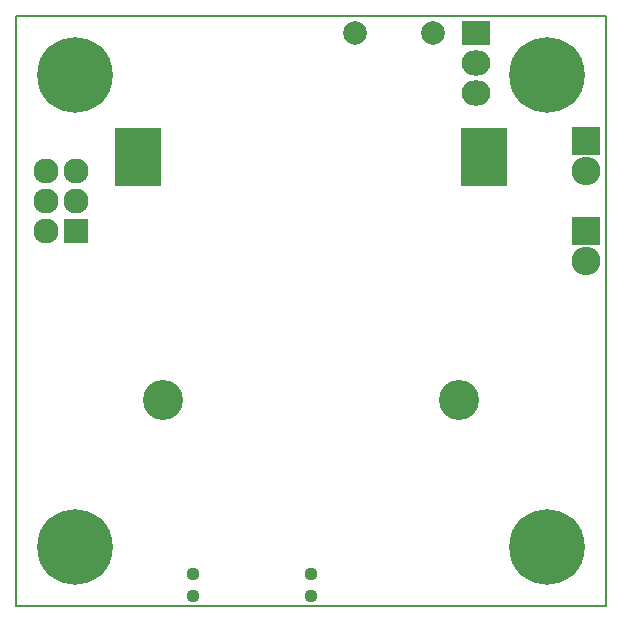
<source format=gbs>
%FSLAX46Y46*%
G04 Gerber Fmt 4.6, Leading zero omitted, Abs format (unit mm)*
G04 Created by KiCad (PCBNEW (2014-jul-16 BZR unknown)-product) date Thu 06 Nov 2014 11:15:42 PM PST*
%MOMM*%
G01*
G04 APERTURE LIST*
%ADD10C,0.100000*%
%ADD11C,0.150000*%
%ADD12R,4.000000X5.000000*%
%ADD13R,2.432000X2.127200*%
%ADD14O,2.432000X2.127200*%
%ADD15C,6.400000*%
%ADD16R,2.127200X2.127200*%
%ADD17O,2.127200X2.127200*%
%ADD18C,2.000000*%
%ADD19R,2.432000X2.432000*%
%ADD20O,2.432000X2.432000*%
%ADD21C,3.399740*%
%ADD22C,1.110000*%
G04 APERTURE END LIST*
D10*
D11*
X0Y0D02*
X0Y50000000D01*
X50000000Y0D02*
X0Y0D01*
X50000000Y50000000D02*
X0Y50000000D01*
X50000000Y0D02*
X50000000Y50000000D01*
D12*
X10350000Y38000000D03*
X39650000Y38000000D03*
D13*
X39000000Y48540000D03*
D14*
X39000000Y46000000D03*
X39000000Y43460000D03*
D15*
X45000000Y5000000D03*
X5000000Y5000000D03*
X5000000Y45000000D03*
X45000000Y45000000D03*
D16*
X5080000Y31750000D03*
D17*
X2540000Y31750000D03*
X5080000Y34290000D03*
X2540000Y34290000D03*
X5080000Y36830000D03*
X2540000Y36830000D03*
D18*
X28700000Y48500000D03*
X35300000Y48500000D03*
D19*
X48260000Y39370000D03*
D20*
X48260000Y36830000D03*
D19*
X48260000Y31750000D03*
D20*
X48260000Y29210000D03*
D21*
X37500000Y17500000D03*
X12500000Y17500000D03*
D22*
X15000000Y2700000D03*
X15000000Y900000D03*
X25000000Y2700000D03*
X25000000Y900000D03*
M02*

</source>
